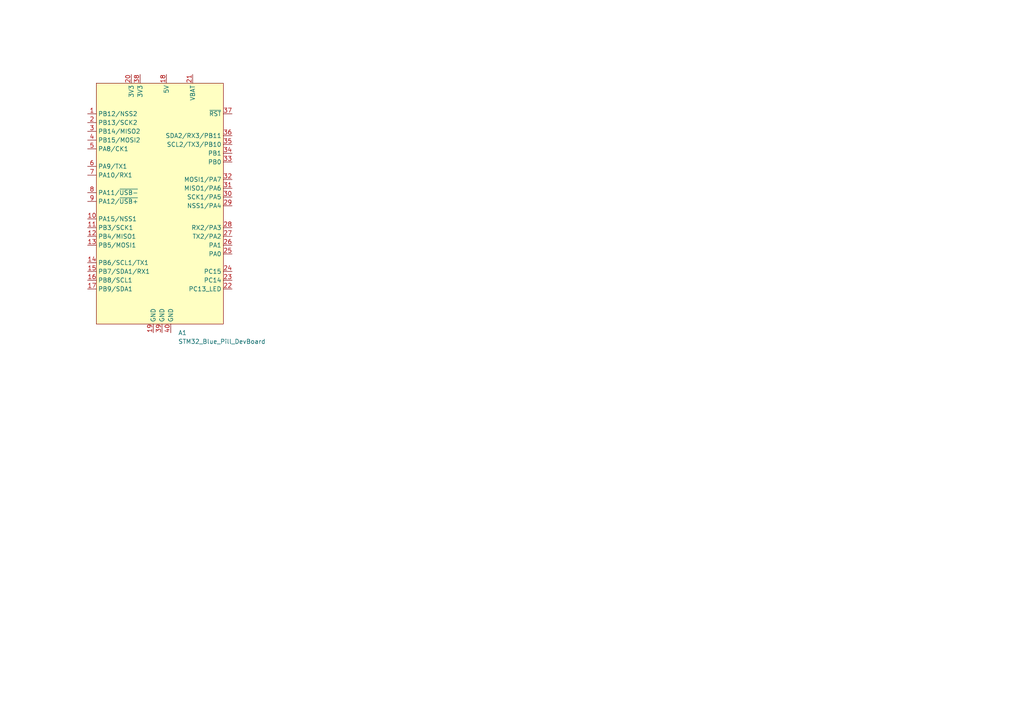
<source format=kicad_sch>
(kicad_sch (version 20250114) (generator "eeschema") (generator_version "9.0")
  (paper "A4")
  (lib_symbols
    (symbol "PCM_SL_Development_Board:STM32_Blue_Pill_DevBoard"
      (property "Reference" "A" (at -20.32 36.83 0))
      (property "Value" "STM32_Blue_Pill_DevBoard" (at -1.27 -29.21 0))
      (symbol "STM32_Blue_Pill_DevBoard_0_1"
        (rectangle (start -19.05 34.29) (end 17.78 -35.56) (fill (type background)))
      )
      (symbol "STM32_Blue_Pill_DevBoard_1_1"
        (pin bidirectional line (at -21.59 25.4 0) (length 2.54) (name "PB12/NSS2") (number "1"))
        (pin bidirectional line (at -21.59 22.86 0) (length 2.54) (name "PB13/SCK2") (number "2"))
        (pin bidirectional line (at -21.59 20.32 0) (length 2.54) (name "PB14/MISO2") (number "3"))
        (pin bidirectional line (at -21.59 17.78 0) (length 2.54) (name "PB15/MOSI2") (number "4"))
        (pin bidirectional line (at -21.59 15.24 0) (length 2.54) (name "PA8/CK1") (number "5"))
        (pin bidirectional line (at -21.59 10.16 0) (length 2.54) (name "PA9/TX1") (number "6"))
        (pin bidirectional line (at -21.59 7.62 0) (length 2.54) (name "PA10/RX1") (number "7"))
        (pin bidirectional line (at -21.59 2.54 0) (length 2.54) (name "PA11/~{USB-}") (number "8"))
        (pin bidirectional line (at -21.59 0 0) (length 2.54) (name "PA12/~{USB+}") (number "9"))
        (pin bidirectional line (at -21.59 -5.08 0) (length 2.54) (name "PA15/NSS1") (number "10"))
        (pin bidirectional line (at -21.59 -7.62 0) (length 2.54) (name "PB3/SCK1") (number "11"))
        (pin bidirectional line (at -21.59 -10.16 0) (length 2.54) (name "PB4/MISO1") (number "12"))
        (pin bidirectional line (at -21.59 -12.7 0) (length 2.54) (name "PB5/MOSI1") (number "13"))
        (pin bidirectional line (at -21.59 -17.78 0) (length 2.54) (name "PB6/SCL1/TX1") (number "14"))
        (pin bidirectional line (at -21.59 -20.32 0) (length 2.54) (name "PB7/SDA1/RX1") (number "15"))
        (pin bidirectional line (at -21.59 -22.86 0) (length 2.54) (name "PB8/SCL1") (number "16"))
        (pin bidirectional line (at -21.59 -25.4 0) (length 2.54) (name "PB9/SDA1") (number "17"))
        (pin power_in line (at -8.89 36.83 270) (length 2.54) (name "3V3") (number "20"))
        (pin power_in line (at -6.35 36.83 270) (length 2.54) (name "3V3") (number "38"))
        (pin power_in line (at -2.54 -38.1 90) (length 2.54) (name "GND") (number "19"))
        (pin power_in line (at 0 -38.1 90) (length 2.54) (name "GND") (number "39"))
        (pin power_in line (at 1.27 36.83 270) (length 2.54) (name "5V") (number "18"))
        (pin power_in line (at 2.54 -38.1 90) (length 2.54) (name "GND") (number "40"))
        (pin power_in line (at 8.89 36.83 270) (length 2.54) (name "VBAT") (number "21"))
        (pin bidirectional line (at 20.32 25.4 180) (length 2.54) (name "~{RST}") (number "37"))
        (pin bidirectional line (at 20.32 19.05 180) (length 2.54) (name "SDA2/RX3/PB11") (number "36"))
        (pin bidirectional line (at 20.32 16.51 180) (length 2.54) (name "SCL2/TX3/PB10") (number "35"))
        (pin bidirectional line (at 20.32 13.97 180) (length 2.54) (name "PB1") (number "34"))
        (pin bidirectional line (at 20.32 11.43 180) (length 2.54) (name "PB0") (number "33"))
        (pin bidirectional line (at 20.32 6.35 180) (length 2.54) (name "MOSI1/PA7") (number "32"))
        (pin bidirectional line (at 20.32 3.81 180) (length 2.54) (name "MISO1/PA6") (number "31"))
        (pin bidirectional line (at 20.32 1.27 180) (length 2.54) (name "SCK1/PA5") (number "30"))
        (pin bidirectional line (at 20.32 -1.27 180) (length 2.54) (name "NSS1/PA4") (number "29"))
        (pin bidirectional line (at 20.32 -7.62 180) (length 2.54) (name "RX2/PA3") (number "28"))
        (pin bidirectional line (at 20.32 -10.16 180) (length 2.54) (name "TX2/PA2") (number "27"))
        (pin bidirectional line (at 20.32 -12.7 180) (length 2.54) (name "PA1") (number "26"))
        (pin bidirectional line (at 20.32 -15.24 180) (length 2.54) (name "PA0") (number "25"))
        (pin bidirectional line (at 20.32 -20.32 180) (length 2.54) (name "PC15") (number "24"))
        (pin bidirectional line (at 20.32 -22.86 180) (length 2.54) (name "PC14") (number "23"))
        (pin bidirectional line (at 20.32 -25.4 180) (length 2.54) (name "PC13_LED") (number "22"))
      )
    )
  )
  (symbol (lib_id "PCM_SL_Development_Board:STM32_Blue_Pill_DevBoard") (at 46.99 58.42 0) (unit 1)
    (property "Reference" "A1" (at 51.6733 96.52 0) (effects (justify left)))
    (property "Value" "STM32_Blue_Pill_DevBoard" (at 51.6733 99.06 0) (effects (justify left)))
    (property "Footprint" "PCM_SL_Development_Boards:STM32_Blue_Pill_DevBoard" (effects (hide yes)))
    (property "Description" "Development Board with ST32F103C8T6 MCU" (effects (hide yes)))
  )
)
</source>
